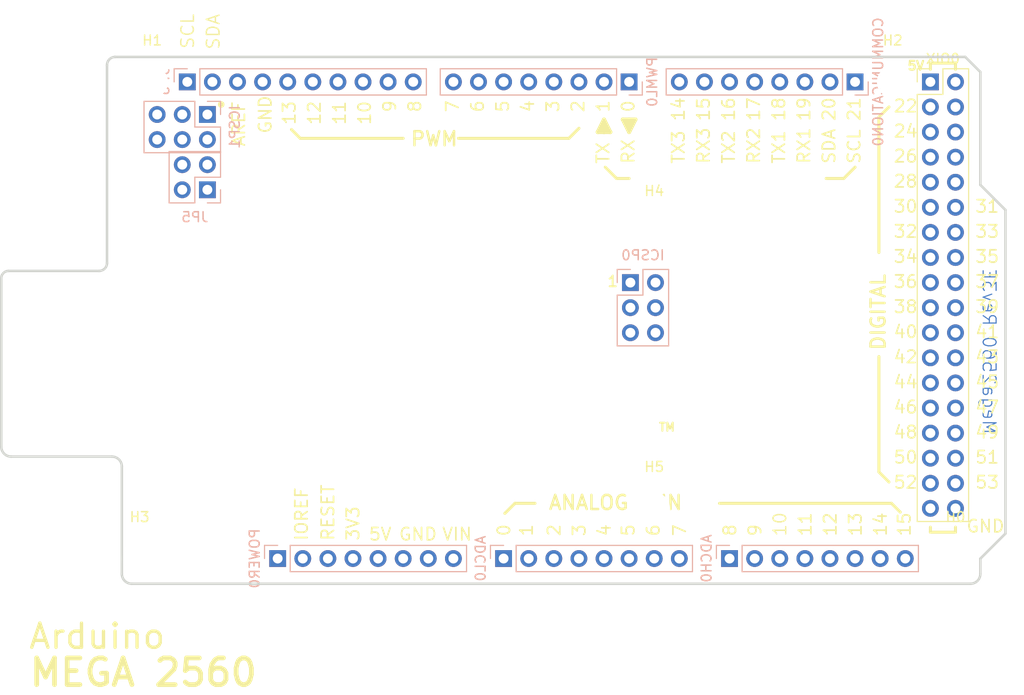
<source format=kicad_pcb>
(kicad_pcb (version 20211014) (generator pcbnew)
  (layers (0 "F.Cu" signal) (31 "B.Cu" signal) (34 "B.Paste" user) (35 "F.Paste" user) (36 "B.SilkS" user "B.Silkscreen") (37 "F.SilkS" user "F.Silkscreen") (38 "B.Mask" user) (39 "F.Mask" user) (44 "Edge.Cuts" user))
  (net 0 "")
  (net 1 "+5V")
  (net 2 "GND")
  (net 3 "/ADC8")
  (net 4 "/ADC9")
  (net 5 "/ADC10")
  (net 6 "/ADC11")
  (net 7 "/ADC12")
  (net 8 "+3V3")
  (net 9 "/ADC13")
  (net 10 "/ADC14")
  (net 11 "/ADC15")
  (net 12 "/ADC0")
  (net 13 "/ADC1")
  (net 14 "/ADC2")
  (net 15 "/ADC3")
  (net 16 "/ADC4")
  (net 17 "/ADC5")
  (net 18 "/ADC6")
  (net 19 "/ADC7")
  (net 20 "/SCL")
  (net 21 "/SDA")
  (net 22 "/RXD1")
  (net 23 "/TXD1")
  (net 24 "/RXD2")
  (net 25 "/TXD2")
  (net 26 "/RXD3")
  (net 27 "/TXD3")
  (net 28 "/PB3")
  (net 29 "/PB1")
  (net 30 "/PB2")
  (net 31 "/RESET")
  (net 32 "/MISO2")
  (net 33 "/SCK2")
  (net 34 "/MOSI2")
  (net 35 "/RESET2")
  (net 36 "/8PB4")
  (net 37 "/8PB6")
  (net 38 "/8PB5")
  (net 39 "/8PB7")
  (net 40 "/AREF")
  (net 41 "/PB7")
  (net 42 "/PB6")
  (net 43 "/PB5")
  (net 44 "/PB4")
  (net 45 "/PH6")
  (net 46 "/PH5")
  (net 47 "/VIN")
  (net 48 "/PE0")
  (net 49 "/PE1")
  (net 50 "/PE4")
  (net 51 "/PE5")
  (net 52 "/PG5")
  (net 53 "/PE3")
  (net 54 "/PH3")
  (net 55 "/PH4")
  (net 56 "/PA0")
  (net 57 "/PA1")
  (net 58 "/PA2")
  (net 59 "/PA3")
  (net 60 "/PA4")
  (net 61 "/PA5")
  (net 62 "/PA6")
  (net 63 "/PA7")
  (net 64 "/PC7")
  (net 65 "/PC6")
  (net 66 "/PC5")
  (net 67 "/PC4")
  (net 68 "/PC3")
  (net 69 "/PC2")
  (net 70 "/PC1")
  (net 71 "/PC0")
  (net 72 "/PD7")
  (net 73 "/PG2")
  (net 74 "/PG1")
  (net 75 "/PG0")
  (net 76 "/PL7")
  (net 77 "/PL6")
  (net 78 "/PL5")
  (net 79 "/PL4")
  (net 80 "/PL3")
  (net 81 "/PL2")
  (net 82 "/PL1")
  (net 83 "/PL0")
  (net 84 "/PB0")
  (footprint "MountingHole:MountingHole_3.2mm_M3" (layer "F.Cu") (at 187.8967 80.8608)
    (fp_text reference "H2" (at 0 -4.2) (layer "F.SilkS"))
    (fp_text value "MountingHole_Pad")
    (pad "" np_thru_hole circle (at 0 0) (size 3.2 3.2) (drill 3.2) (layers *.Cu *.Mask))
  )
  (footprint "MountingHole:MountingHole_3.2mm_M3" (layer "F.Cu") (at 163.7667 96.1008)
    (fp_text reference "H4" (at 0 -4.2) (layer "F.SilkS"))
    (fp_text value "MountingHole_Pad")
    (pad "" np_thru_hole circle (at 0 0) (size 3.2 3.2) (drill 3.2) (layers *.Cu *.Mask))
  )
  (footprint "MountingHole:MountingHole_3.2mm_M3" (layer "F.Cu") (at 112.9667 80.8608)
    (fp_text reference "H1" (at 0 -4.2) (layer "F.SilkS"))
    (fp_text value "MountingHole_Pad")
    (pad "" np_thru_hole circle (at 0 0) (size 3.2 3.2) (drill 3.2) (layers *.Cu *.Mask))
  )
  (footprint "MountingHole:MountingHole_3.2mm_M3" (layer "F.Cu") (at 194.2467 129.1208)
    (fp_text reference "H0" (at 0 -4.2) (layer "F.SilkS"))
    (fp_text value "MountingHole_Pad")
    (pad "" np_thru_hole circle (at 0 0) (size 3.2 3.2) (drill 3.2) (layers *.Cu *.Mask))
  )
  (footprint "Connector_PinHeader_2.54mm:PinHeader_2x18_P2.54mm_Vertical" (layer "F.Cu") (at 191.7067 80.8608)
    (fp_text reference "XIO0" (at 1.27 -2.33) (layer "F.SilkS"))
    (fp_text value "18x2F-H8.5")
    (fp_line (start -1.33 1.27) (end -1.33 44.51) (layer "F.SilkS") (width 0.12))
    (fp_line (start 1.27 1.27) (end 1.27 -1.33) (layer "F.SilkS") (width 0.12))
    (fp_line (start -1.33 44.51) (end 3.87 44.51) (layer "F.SilkS") (width 0.12))
    (fp_line (start -1.33 0) (end -1.33 -1.33) (layer "F.SilkS") (width 0.12))
    (fp_line (start 3.87 -1.33) (end 3.87 44.51) (layer "F.SilkS") (width 0.12))
    (fp_line (start -1.33 1.27) (end 1.27 1.27) (layer "F.SilkS") (width 0.12))
    (fp_line (start -1.33 -1.33) (end 0 -1.33) (layer "F.SilkS") (width 0.12))
    (fp_line (start 1.27 -1.33) (end 3.87 -1.33) (layer "F.SilkS") (width 0.12))
    (pad "1" thru_hole rect (at 0 0) (size 1.7 1.7) (drill 1) (layers *.Cu *.Mask) (net 1 "+5V"))
    (pad "2" thru_hole oval (at 2.54 0) (size 1.7 1.7) (drill 1) (layers *.Cu *.Mask) (net 1 "+5V"))
    (pad "3" thru_hole oval (at 0 2.54) (size 1.7 1.7) (drill 1) (layers *.Cu *.Mask) (net 56 "/PA0"))
    (pad "4" thru_hole oval (at 2.54 2.54) (size 1.7 1.7) (drill 1) (layers *.Cu *.Mask) (net 57 "/PA1"))
    (pad "5" thru_hole oval (at 0 5.08) (size 1.7 1.7) (drill 1) (layers *.Cu *.Mask) (net 58 "/PA2"))
    (pad "6" thru_hole oval (at 2.54 5.08) (size 1.7 1.7) (drill 1) (layers *.Cu *.Mask) (net 59 "/PA3"))
    (pad "7" thru_hole oval (at 0 7.62) (size 1.7 1.7) (drill 1) (layers *.Cu *.Mask) (net 60 "/PA4"))
    (pad "8" thru_hole oval (at 2.54 7.62) (size 1.7 1.7) (drill 1) (layers *.Cu *.Mask) (net 61 "/PA5"))
    (pad "9" thru_hole oval (at 0 10.16) (size 1.7 1.7) (drill 1) (layers *.Cu *.Mask) (net 62 "/PA6"))
    (pad "10" thru_hole oval (at 2.54 10.16) (size 1.7 1.7) (drill 1) (layers *.Cu *.Mask) (net 63 "/PA7"))
    (pad "11" thru_hole oval (at 0 12.7) (size 1.7 1.7) (drill 1) (layers *.Cu *.Mask) (net 64 "/PC7"))
    (pad "12" thru_hole oval (at 2.54 12.7) (size 1.7 1.7) (drill 1) (layers *.Cu *.Mask) (net 65 "/PC6"))
    (pad "13" thru_hole oval (at 0 15.24) (size 1.7 1.7) (drill 1) (layers *.Cu *.Mask) (net 66 "/PC5"))
    (pad "14" thru_hole oval (at 2.54 15.24) (size 1.7 1.7) (drill 1) (layers *.Cu *.Mask) (net 67 "/PC4"))
    (pad "15" thru_hole oval (at 0 17.78) (size 1.7 1.7) (drill 1) (layers *.Cu *.Mask) (net 68 "/PC3"))
    (pad "16" thru_hole oval (at 2.54 17.78) (size 1.7 1.7) (drill 1) (layers *.Cu *.Mask) (net 69 "/PC2"))
    (pad "17" thru_hole oval (at 0 20.32) (size 1.7 1.7) (drill 1) (layers *.Cu *.Mask) (net 70 "/PC1"))
    (pad "18" thru_hole oval (at 2.54 20.32) (size 1.7 1.7) (drill 1) (layers *.Cu *.Mask) (net 71 "/PC0"))
    (pad "19" thru_hole oval (at 0 22.86) (size 1.7 1.7) (drill 1) (layers *.Cu *.Mask) (net 72 "/PD7"))
    (pad "20" thru_hole oval (at 2.54 22.86) (size 1.7 1.7) (drill 1) (layers *.Cu *.Mask) (net 73 "/PG2"))
    (pad "21" thru_hole oval (at 0 25.4) (size 1.7 1.7) (drill 1) (layers *.Cu *.Mask) (net 74 "/PG1"))
    (pad "22" thru_hole oval (at 2.54 25.4) (size 1.7 1.7) (drill 1) (layers *.Cu *.Mask) (net 75 "/PG0"))
    (pad "23" thru_hole oval (at 0 27.94) (size 1.7 1.7) (drill 1) (layers *.Cu *.Mask) (net 76 "/PL7"))
    (pad "24" thru_hole oval (at 2.54 27.94) (size 1.7 1.7) (drill 1) (layers *.Cu *.Mask) (net 77 "/PL6"))
    (pad "25" thru_hole oval (at 0 30.48) (size 1.7 1.7) (drill 1) (layers *.Cu *.Mask) (net 78 "/PL5"))
    (pad "26" thru_hole oval (at 2.54 30.48) (size 1.7 1.7) (drill 1) (layers *.Cu *.Mask) (net 79 "/PL4"))
    (pad "27" thru_hole oval (at 0 33.02) (size 1.7 1.7) (drill 1) (layers *.Cu *.Mask) (net 80 "/PL3"))
    (pad "28" thru_hole oval (at 2.54 33.02) (size 1.7 1.7) (drill 1) (layers *.Cu *.Mask) (net 81 "/PL2"))
    (pad "29" thru_hole oval (at 0 35.56) (size 1.7 1.7) (drill 1) (layers *.Cu *.Mask) (net 82 "/PL1"))
    (pad "30" thru_hole oval (at 2.54 35.56) (size 1.7 1.7) (drill 1) (layers *.Cu *.Mask) (net 83 "/PL0"))
    (pad "31" thru_hole oval (at 0 38.1) (size 1.7 1.7) (drill 1) (layers *.Cu *.Mask) (net 28 "/PB3"))
    (pad "32" thru_hole oval (at 2.54 38.1) (size 1.7 1.7) (drill 1) (layers *.Cu *.Mask) (net 30 "/PB2"))
    (pad "33" thru_hole oval (at 0 40.64) (size 1.7 1.7) (drill 1) (layers *.Cu *.Mask) (net 29 "/PB1"))
    (pad "34" thru_hole oval (at 2.54 40.64) (size 1.7 1.7) (drill 1) (layers *.Cu *.Mask) (net 84 "/PB0"))
    (pad "35" thru_hole oval (at 0 43.18) (size 1.7 1.7) (drill 1) (layers *.Cu *.Mask) (net 2 "GND"))
    (pad "36" thru_hole oval (at 2.54 43.18) (size 1.7 1.7) (drill 1) (layers *.Cu *.Mask) (net 2 "GND"))
  )
  (footprint "MountingHole:MountingHole_3.2mm_M3" (layer "F.Cu") (at 163.7667 124.0408)
    (fp_text reference "H5" (at 0 -4.2) (layer "F.SilkS"))
    (fp_text value "MountingHole_Pad")
    (pad "" np_thru_hole circle (at 0 0) (size 3.2 3.2) (drill 3.2) (layers *.Cu *.Mask))
  )
  (footprint "MountingHole:MountingHole_3.2mm_M3" (layer "F.Cu") (at 111.6967 129.1208)
    (fp_text reference "H3" (at 0 -4.2) (layer "F.SilkS"))
    (fp_text value "MountingHole_Pad")
    (pad "" np_thru_hole circle (at 0 0) (size 3.2 3.2) (drill 3.2) (layers *.Cu *.Mask))
  )
  (footprint "Connector_PinSocket_2.54mm:PinSocket_2x02_P2.54mm_Vertical" (layer "B.Cu") (at 118.5547 91.7828)
    (fp_text reference "JP5" (at -1.27 2.77) (layer "B.SilkS") (effects (justify mirror)))
    (fp_text value "2x2M - NM")
    (fp_line (start -3.87 1.33) (end -3.87 -3.87) (layer "B.SilkS") (width 0.12))
    (fp_line (start 0 1.33) (end 1.33 1.33) (layer "B.SilkS") (width 0.12))
    (fp_line (start -3.87 -3.87) (end 1.33 -3.87) (layer "B.SilkS") (width 0.12))
    (fp_line (start -1.27 -1.27) (end 1.33 -1.27) (layer "B.SilkS") (width 0.12))
    (fp_line (start 1.33 1.33) (end 1.33 0) (layer "B.SilkS") (width 0.12))
    (fp_line (start 1.33 -1.27) (end 1.33 -3.87) (layer "B.SilkS") (width 0.12))
    (fp_line (start -3.87 1.33) (end -1.27 1.33) (layer "B.SilkS") (width 0.12))
    (fp_line (start -1.27 1.33) (end -1.27 -1.27) (layer "B.SilkS") (width 0.12))
    (pad "1" thru_hole rect (at 0 0) (size 1.7 1.7) (drill 1) (layers *.Cu *.Mask) (net 36 "/8PB4"))
    (pad "2" thru_hole oval (at -2.54 0) (size 1.7 1.7) (drill 1) (layers *.Cu *.Mask) (net 37 "/8PB6"))
    (pad "3" thru_hole oval (at 0 -2.54) (size 1.7 1.7) (drill 1) (layers *.Cu *.Mask) (net 38 "/8PB5"))
    (pad "4" thru_hole oval (at -2.54 -2.54) (size 1.7 1.7) (drill 1) (layers *.Cu *.Mask) (net 39 "/8PB7"))
  )
  (footprint "Connector_PinHeader_2.54mm:PinHeader_1x08_P2.54mm_Vertical" (layer "B.Cu") (at 161.2267 80.8608 90)
    (fp_text reference "PWML0" (at 0 2.33 90) (layer "B.SilkS") (effects (justify mirror)))
    (fp_text value "FH254-108DF08500V")
    (fp_line (start -1.33 0) (end -1.33 1.33) (layer "B.SilkS") (width 0.12))
    (fp_line (start -1.33 -19.11) (end 1.33 -19.11) (layer "B.SilkS") (width 0.12))
    (fp_line (start -1.33 -1.27) (end 1.33 -1.27) (layer "B.SilkS") (width 0.12))
    (fp_line (start 1.33 -1.27) (end 1.33 -19.11) (layer "B.SilkS") (width 0.12))
    (fp_line (start -1.33 1.33) (end 0 1.33) (layer "B.SilkS") (width 0.12))
    (fp_line (start -1.33 -1.27) (end -1.33 -19.11) (layer "B.SilkS") (width 0.12))
    (pad "1" thru_hole rect (at 0 0 90) (size 1.7 1.7) (drill 1) (layers *.Cu *.Mask) (net 48 "/PE0"))
    (pad "2" thru_hole oval (at 0 -2.54 90) (size 1.7 1.7) (drill 1) (layers *.Cu *.Mask) (net 49 "/PE1"))
    (pad "3" thru_hole oval (at 0 -5.08 90) (size 1.7 1.7) (drill 1) (layers *.Cu *.Mask) (net 50 "/PE4"))
    (pad "4" thru_hole oval (at 0 -7.62 90) (size 1.7 1.7) (drill 1) (layers *.Cu *.Mask) (net 51 "/PE5"))
    (pad "5" thru_hole oval (at 0 -10.16 90) (size 1.7 1.7) (drill 1) (layers *.Cu *.Mask) (net 52 "/PG5"))
    (pad "6" thru_hole oval (at 0 -12.7 90) (size 1.7 1.7) (drill 1) (layers *.Cu *.Mask) (net 53 "/PE3"))
    (pad "7" thru_hole oval (at 0 -15.24 90) (size 1.7 1.7) (drill 1) (layers *.Cu *.Mask) (net 54 "/PH3"))
    (pad "8" thru_hole oval (at 0 -17.78 90) (size 1.7 1.7) (drill 1) (layers *.Cu *.Mask) (net 55 "/PH4"))
  )
  (footprint "Connector_PinHeader_2.54mm:PinHeader_1x08_P2.54mm_Vertical" (layer "B.Cu") (at 148.5267 129.1208 -90)
    (fp_text reference "ADCL0" (at 0 2.33 90) (layer "B.SilkS") (effects (justify mirror)))
    (fp_text value "FH254-108DF08500V")
    (fp_line (start -1.33 0) (end -1.33 1.33) (layer "B.SilkS") (width 0.12))
    (fp_line (start -1.33 -1.27) (end -1.33 -19.11) (layer "B.SilkS") (width 0.12))
    (fp_line (start 1.33 -1.27) (end 1.33 -19.11) (layer "B.SilkS") (width 0.12))
    (fp_line (start -1.33 -1.27) (end 1.33 -1.27) (layer "B.SilkS") (width 0.12))
    (fp_line (start -1.33 -19.11) (end 1.33 -19.11) (layer "B.SilkS") (width 0.12))
    (fp_line (start -1.33 1.33) (end 0 1.33) (layer "B.SilkS") (width 0.12))
    (pad "1" thru_hole rect (at 0 0 270) (size 1.7 1.7) (drill 1) (layers *.Cu *.Mask) (net 12 "/ADC0"))
    (pad "2" thru_hole oval (at 0 -2.54 270) (size 1.7 1.7) (drill 1) (layers *.Cu *.Mask) (net 13 "/ADC1"))
    (pad "3" thru_hole oval (at 0 -5.08 270) (size 1.7 1.7) (drill 1) (layers *.Cu *.Mask) (net 14 "/ADC2"))
    (pad "4" thru_hole oval (at 0 -7.62 270) (size 1.7 1.7) (drill 1) (layers *.Cu *.Mask) (net 15 "/ADC3"))
    (pad "5" thru_hole oval (at 0 -10.16 270) (size 1.7 1.7) (drill 1) (layers *.Cu *.Mask) (net 16 "/ADC4"))
    (pad "6" thru_hole oval (at 0 -12.7 270) (size 1.7 1.7) (drill 1) (layers *.Cu *.Mask) (net 17 "/ADC5"))
    (pad "7" thru_hole oval (at 0 -15.24 270) (size 1.7 1.7) (drill 1) (layers *.Cu *.Mask) (net 18 "/ADC6"))
    (pad "8" thru_hole oval (at 0 -17.78 270) (size 1.7 1.7) (drill 1) (layers *.Cu *.Mask) (net 19 "/ADC7"))
  )
  (footprint "Connector_PinHeader_2.54mm:PinHeader_1x10_P2.54mm_Vertical" (layer "B.Cu") (at 116.5227 80.8608 -90)
    (fp_text reference "JP6" (at 0 2.33 90) (layer "B.SilkS") (effects (justify mirror)))
    (fp_text value "FH254-110DF08500V")
    (fp_line (start -1.33 -24.19) (end 1.33 -24.19) (layer "B.SilkS") (width 0.12))
    (fp_line (start -1.33 1.33) (end 0 1.33) (layer "B.SilkS") (width 0.12))
    (fp_line (start -1.33 0) (end -1.33 1.33) (layer "B.SilkS") (width 0.12))
    (fp_line (start -1.33 -1.27) (end -1.33 -24.19) (layer "B.SilkS") (width 0.12))
    (fp_line (start -1.33 -1.27) (end 1.33 -1.27) (layer "B.SilkS") (width 0.12))
    (fp_line (start 1.33 -1.27) (end 1.33 -24.19) (layer "B.SilkS") (width 0.12))
    (pad "1" thru_hole rect (at 0 0 270) (size 1.7 1.7) (drill 1) (layers *.Cu *.Mask) (net 20 "/SCL"))
    (pad "2" thru_hole oval (at 0 -2.54 270) (size 1.7 1.7) (drill 1) (layers *.Cu *.Mask) (net 21 "/SDA"))
    (pad "3" thru_hole oval (at 0 -5.08 270) (size 1.7 1.7) (drill 1) (layers *.Cu *.Mask) (net 40 "/AREF"))
    (pad "4" thru_hole oval (at 0 -7.62 270) (size 1.7 1.7) (drill 1) (layers *.Cu *.Mask) (net 2 "GND"))
    (pad "5" thru_hole oval (at 0 -10.16 270) (size 1.7 1.7) (drill 1) (layers *.Cu *.Mask) (net 41 "/PB7"))
    (pad "6" thru_hole oval (at 0 -12.7 270) (size 1.7 1.7) (drill 1) (layers *.Cu *.Mask) (net 42 "/PB6"))
    (pad "7" thru_hole oval (at 0 -15.24 270) (size 1.7 1.7) (drill 1) (layers *.Cu *.Mask) (net 43 "/PB5"))
    (pad "8" thru_hole oval (at 0 -17.78 270) (size 1.7 1.7) (drill 1) (layers *.Cu *.Mask) (net 44 "/PB4"))
    (pad "9" thru_hole oval (at 0 -20.32 270) (size 1.7 1.7) (drill 1) (layers *.Cu *.Mask) (net 45 "/PH6"))
    (pad "10" thru_hole oval (at 0 -22.86 270) (size 1.7 1.7) (drill 1) (layers *.Cu *.Mask) (net 46 "/PH5"))
  )
  (footprint "Connector_PinSocket_2.54mm:PinSocket_2x03_P2.54mm_Vertical" (layer "B.Cu") (at 161.3537 101.1808 180)
    (fp_text reference "ICSP0" (at -1.27 2.77) (layer "B.SilkS") (effects (justify mirror)))
    (fp_text value "ICSP")
    (fp_line (start -3.87 1.33) (end -3.87 -6.41) (layer "B.SilkS") (width 0.12))
    (fp_line (start -3.87 -6.41) (end 1.33 -6.41) (layer "B.SilkS") (width 0.12))
    (fp_line (start 0 1.33) (end 1.33 1.33) (layer "B.SilkS") (width 0.12))
    (fp_line (start -1.27 1.33) (end -1.27 -1.27) (layer "B.SilkS") (width 0.12))
    (fp_line (start 1.33 -1.27) (end 1.33 -6.41) (layer "B.SilkS") (width 0.12))
    (fp_line (start -1.27 -1.27) (end 1.33 -1.27) (layer "B.SilkS") (width 0.12))
    (fp_line (start -3.87 1.33) (end -1.27 1.33) (layer "B.SilkS") (width 0.12))
    (fp_line (start 1.33 1.33) (end 1.33 0) (layer "B.SilkS") (width 0.12))
    (pad "1" thru_hole rect (at 0 0 180) (size 1.7 1.7) (drill 1) (layers *.Cu *.Mask) (net 28 "/PB3"))
    (pad "2" thru_hole oval (at -2.54 0 180) (size 1.7 1.7) (drill 1) (layers *.Cu *.Mask) (net 1 "+5V"))
    (pad "3" thru_hole oval (at 0 -2.54 180) (size 1.7 1.7) (drill 1) (layers *.Cu *.Mask) (net 29 "/PB1"))
    (pad "4" thru_hole oval (at -2.54 -2.54 180) (size 1.7 1.7) (drill 1) (layers *.Cu *.Mask) (net 30 "/PB2"))
    (pad "5" thru_hole oval (at 0 -5.08 180) (size 1.7 1.7) (drill 1) (layers *.Cu *.Mask) (net 31 "/RESET"))
    (pad "6" thru_hole oval (at -2.54 -5.08 180) (size 1.7 1.7) (drill 1) (layers *.Cu *.Mask) (net 2 "GND"))
  )
  (footprint "Connector_PinSocket_2.54mm:PinSocket_2x03_P2.54mm_Vertical" (layer "B.Cu") (at 118.5547 84.1628 90)
    (fp_text reference "ICSP1" (at -1.27 2.77 90) (layer "B.SilkS") (effects (justify mirror)))
    (fp_text value "ICSP")
    (fp_line (start -3.87 1.33) (end -1.27 1.33) (layer "B.SilkS") (width 0.12))
    (fp_line (start -1.27 1.33) (end -1.27 -1.27) (layer "B.SilkS") (width 0.12))
    (fp_line (start 1.33 1.33) (end 1.33 0) (layer "B.SilkS") (width 0.12))
    (fp_line (start -3.87 1.33) (end -3.87 -6.41) (layer "B.SilkS") (width 0.12))
    (fp_line (start -3.87 -6.41) (end 1.33 -6.41) (layer "B.SilkS") (width 0.12))
    (fp_line (start 1.33 -1.27) (end 1.33 -6.41) (layer "B.SilkS") (width 0.12))
    (fp_line (start -1.27 -1.27) (end 1.33 -1.27) (layer "B.SilkS") (width 0.12))
    (fp_line (start 0 1.33) (end 1.33 1.33) (layer "B.SilkS") (width 0.12))
    (pad "1" thru_hole rect (at 0 0 90) (size 1.7 1.7) (drill 1) (layers *.Cu *.Mask) (net 32 "/MISO2"))
    (pad "2" thru_hole oval (at -2.54 0 90) (size 1.7 1.7) (drill 1) (layers *.Cu *.Mask) (net 1 "+5V"))
    (pad "3" thru_hole oval (at 0 -2.54 90) (size 1.7 1.7) (drill 1) (layers *.Cu *.Mask) (net 33 "/SCK2"))
    (pad "4" thru_hole oval (at -2.54 -2.54 90) (size 1.7 1.7) (drill 1) (layers *.Cu *.Mask) (net 34 "/MOSI2"))
    (pad "5" thru_hole oval (at 0 -5.08 90) (size 1.7 1.7) (drill 1) (layers *.Cu *.Mask) (net 35 "/RESET2"))
    (pad "6" thru_hole oval (at -2.54 -5.08 90) (size 1.7 1.7) (drill 1) (layers *.Cu *.Mask) (net 2 "GND"))
  )
  (footprint "Connector_PinHeader_2.54mm:PinHeader_1x08_P2.54mm_Vertical" (layer "B.Cu") (at 125.6667 129.1208 -90)
    (fp_text reference "POWER0" (at 0 2.33 90) (layer "B.SilkS") (effects (justify mirror)))
    (fp_text value "FH254-108DF08500V")
    (fp_line (start -1.33 -1.27) (end 1.33 -1.27) (layer "B.SilkS") (width 0.12))
    (fp_line (start -1.33 -1.27) (end -1.33 -19.11) (layer "B.SilkS") (width 0.12))
    (fp_line (start -1.33 0) (end -1.33 1.33) (layer "B.SilkS") (width 0.12))
    (fp_line (start -1.33 1.33) (end 0 1.33) (layer "B.SilkS") (width 0.12))
    (fp_line (start -1.33 -19.11) (end 1.33 -19.11) (layer "B.SilkS") (width 0.12))
    (fp_line (start 1.33 -1.27) (end 1.33 -19.11) (layer "B.SilkS") (width 0.12))
    (pad "1" thru_hole rect (at 0 0 270) (size 1.7 1.7) (drill 1) (layers *.Cu *.Mask))
    (pad "2" thru_hole oval (at 0 -2.54 270) (size 1.7 1.7) (drill 1) (layers *.Cu *.Mask) (net 1 "+5V"))
    (pad "3" thru_hole oval (at 0 -5.08 270) (size 1.7 1.7) (drill 1) (layers *.Cu *.Mask) (net 31 "/RESET"))
    (pad "4" thru_hole oval (at 0 -7.62 270) (size 1.7 1.7) (drill 1) (layers *.Cu *.Mask) (net 8 "+3V3"))
    (pad "5" thru_hole oval (at 0 -10.16 270) (size 1.7 1.7) (drill 1) (layers *.Cu *.Mask) (net 1 "+5V"))
    (pad "6" thru_hole oval (at 0 -12.7 270) (size 1.7 1.7) (drill 1) (layers *.Cu *.Mask) (net 2 "GND"))
    (pad "7" thru_hole oval (at 0 -15.24 270) (size 1.7 1.7) (drill 1) (layers *.Cu *.Mask) (net 2 "GND"))
    (pad "8" thru_hole oval (at 0 -17.78 270) (size 1.7 1.7) (drill 1) (layers *.Cu *.Mask) (net 47 "/VIN"))
  )
  (footprint "Connector_PinHeader_2.54mm:PinHeader_1x08_P2.54mm_Vertical" (layer "B.Cu") (at 184.0867 80.8608 90)
    (fp_text reference "COMMUNICATION0" (at 0 2.33 90) (layer "B.SilkS") (effects (justify mirror)))
    (fp_text value "FH254-108DF08500V")
    (fp_line (start -1.33 1.33) (end 0 1.33) (layer "B.SilkS") (width 0.12))
    (fp_line (start -1.33 -1.27) (end -1.33 -19.11) (layer "B.SilkS") (width 0.12))
    (fp_line (start 1.33 -1.27) (end 1.33 -19.11) (layer "B.SilkS") (width 0.12))
    (fp_line (start -1.33 -19.11) (end 1.33 -19.11) (layer "B.SilkS") (width 0.12))
    (fp_line (start -1.33 -1.27) (end 1.33 -1.27) (layer "B.SilkS") (width 0.12))
    (fp_line (start -1.33 0) (end -1.33 1.33) (layer "B.SilkS") (width 0.12))
    (pad "1" thru_hole rect (at 0 0 90) (size 1.7 1.7) (drill 1) (layers *.Cu *.Mask) (net 20 "/SCL"))
    (pad "2" thru_hole oval (at 0 -2.54 90) (size 1.7 1.7) (drill 1) (layers *.Cu *.Mask) (net 21 "/SDA"))
    (pad "3" thru_hole oval (at 0 -5.08 90) (size 1.7 1.7) (drill 1) (layers *.Cu *.Mask) (net 22 "/RXD1"))
    (pad "4" thru_hole oval (at 0 -7.62 90) (size 1.7 1.7) (drill 1) (layers *.Cu *.Mask) (net 23 "/TXD1"))
    (pad "5" thru_hole oval (at 0 -10.16 90) (size 1.7 1.7) (drill 1) (layers *.Cu *.Mask) (net 24 "/RXD2"))
    (pad "6" thru_hole oval (at 0 -12.7 90) (size 1.7 1.7) (drill 1) (layers *.Cu *.Mask) (net 25 "/TXD2"))
    (pad "7" thru_hole oval (at 0 -15.24 90) (size 1.7 1.7) (drill 1) (layers *.Cu *.Mask) (net 26 "/RXD3"))
    (pad "8" thru_hole oval (at 0 -17.78 90) (size 1.7 1.7) (drill 1) (layers *.Cu *.Mask) (net 27 "/TXD3"))
  )
  (footprint "Connector_PinHeader_2.54mm:PinHeader_1x08_P2.54mm_Vertical" (layer "B.Cu") (at 171.3867 129.1208 -90)
    (fp_text reference "ADCH0" (at 0 2.33 90) (layer "B.SilkS") (effects (justify mirror)))
    (fp_text value "FH254-108DF08500V")
    (fp_line (start -1.33 -1.27) (end 1.33 -1.27) (layer "B.SilkS") (width 0.12))
    (fp_line (start -1.33 -19.11) (end 1.33 -19.11) (layer "B.SilkS") (width 0.12))
    (fp_line (start -1.33 0) (end -1.33 1.33) (layer "B.SilkS") (width 0.12))
    (fp_line (start 1.33 -1.27) (end 1.33 -19.11) (layer "B.SilkS") (width 0.12))
    (fp_line (start -1.33 -1.27) (end -1.33 -19.11) (layer "B.SilkS") (width 0.12))
    (fp_line (start -1.33 1.33) (end 0 1.33) (layer "B.SilkS") (width 0.12))
    (pad "1" thru_hole rect (at 0 0 270) (size 1.7 1.7) (drill 1) (layers *.Cu *.Mask) (net 3 "/ADC8"))
    (pad "2" thru_hole oval (at 0 -2.54 270) (size 1.7 1.7) (drill 1) (layers *.Cu *.Mask) (net 4 "/ADC9"))
    (pad "3" thru_hole oval (at 0 -5.08 270) (size 1.7 1.7) (drill 1) (layers *.Cu *.Mask) (net 5 "/ADC10"))
    (pad "4" thru_hole oval (at 0 -7.62 270) (size 1.7 1.7) (drill 1) (layers *.Cu *.Mask) (net 6 "/ADC11"))
    (pad "5" thru_hole oval (at 0 -10.16 270) (size 1.7 1.7) (drill 1) (layers *.Cu *.Mask) (net 7 "/ADC12"))
    (pad "6" thru_hole oval (at 0 -12.7 270) (size 1.7 1.7) (drill 1) (layers *.Cu *.Mask) (net 9 "/ADC13"))
    (pad "7" thru_hole oval (at 0 -15.24 270) (size 1.7 1.7) (drill 1) (layers *.Cu *.Mask) (net 10 "/ADC14"))
    (pad "8" thru_hole oval (at 0 -17.78 270) (size 1.7 1.7) (drill 1) (layers *.Cu *.Mask) (net 11 "/ADC15"))
  )
  (gr_line (start 181.1657 90.6398) (end 182.9437 90.6398) (layer "F.SilkS") (width 0.3048))
  (gr_line (start 158.6867 85.9408) (end 159.3217 85.9408) (layer "F.SilkS") (width 0.4064))
  (gr_line (start 161.2267 85.9408) (end 160.5917 84.6708) (layer "F.SilkS") (width 0.4064))
  (gr_line (start 160.5917 84.6708) (end 161.2267 84.6708) (layer "F.SilkS") (width 0.4064))
  (gr_line (start 158.0517 85.9408) (end 158.6867 85.3058) (layer "F.SilkS") (width 0.4064))
  (gr_line (start 191.7067 78.9558) (end 194.2467 78.9558) (layer "F.SilkS") (width 0.3048))
  (gr_line (start 186.4997 84.4168) (end 187.5157 83.4008) (layer "F.SilkS") (width 0.3048))
  (gr_line (start 151.7017 123.5328) (end 149.6697 123.5328) (layer "F.SilkS") (width 0.3048))
  (gr_line (start 186.4997 120.3578) (end 187.5157 121.3738) (layer "F.SilkS") (width 0.3048))
  (gr_line (start 160.5917 84.6708) (end 161.2267 85.3058) (layer "F.SilkS") (width 0.4064))
  (gr_line (start 161.8617 84.6708) (end 161.2267 84.6708) (layer "F.SilkS") (width 0.4064))
  (gr_line (start 182.9437 90.6398) (end 184.0867 89.4968) (layer "F.SilkS") (width 0.3048))
  (gr_line (start 191.7067 79.5908) (end 191.7067 78.9558) (layer "F.SilkS") (width 0.3048))
  (gr_line (start 191.7067 125.9458) (end 191.7067 126.4538) (layer "F.SilkS") (width 0.3048))
  (gr_line (start 158.6867 84.6708) (end 159.3217 85.9408) (layer "F.SilkS") (width 0.4064))
  (gr_line (start 155.1307 86.5758) (end 156.1467 85.5598) (layer "F.SilkS") (width 0.3048))
  (gr_line (start 159.9567 90.6398) (end 161.2267 90.6398) (layer "F.SilkS") (width 0.3048))
  (gr_line (start 158.8137 89.4968) (end 159.9567 90.6398) (layer "F.SilkS") (width 0.3048))
  (gr_line (start 158.6867 85.9408) (end 158.0517 85.9408) (layer "F.SilkS") (width 0.4064))
  (gr_line (start 149.6697 123.5328) (end 148.6537 124.5488) (layer "F.SilkS") (width 0.3048))
  (gr_line (start 161.8617 84.6708) (end 161.2267 85.9408) (layer "F.SilkS") (width 0.4064))
  (gr_line (start 161.2267 84.6708) (end 161.2267 85.3058) (layer "F.SilkS") (width 0.4064))
  (gr_circle (center 119.9517 83.1468) (end 120.1313 83.1468) (layer "F.SilkS") (width 0.3048) (fill none))
  (gr_line (start 161.2267 85.3058) (end 161.8617 84.6708) (layer "F.SilkS") (width 0.4064))
  (gr_line (start 194.2467 126.4538) (end 194.2467 125.9458) (layer "F.SilkS") (width 0.3048))
  (gr_line (start 194.2467 78.9558) (end 194.2467 79.5908) (layer "F.SilkS") (width 0.3048))
  (gr_line (start 187.7697 123.5328) (end 188.6587 124.4218) (layer "F.SilkS") (width 0.3048))
  (gr_line (start 158.6867 85.3058) (end 158.6867 85.9408) (layer "F.SilkS") (width 0.4064))
  (gr_line (start 159.3217 85.9408) (end 158.6867 85.3058) (layer "F.SilkS") (width 0.4064))
  (gr_line (start 191.7067 126.4538) (end 194.2467 126.4538) (layer "F.SilkS") (width 0.3048))
  (gr_line (start 127.9527 86.5758) (end 127.0637 85.6868) (layer "F.SilkS") (width 0.3048))
  (gr_line (start 186.4997 108.6738) (end 186.4997 120.3578) (layer "F.SilkS") (width 0.3048))
  (gr_line (start 138.3667 86.5758) (end 127.9527 86.5758) (layer "F.SilkS") (width 0.3048))
  (gr_line (start 158.0517 85.9408) (end 158.6867 84.6708) (layer "F.SilkS") (width 0.4064))
  (gr_line (start 186.4997 98.1328) (end 186.4997 84.4168) (layer "F.SilkS") (width 0.3048))
  (gr_line (start 143.9547 86.5758) (end 155.1307 86.5758) (layer "F.SilkS") (width 0.3048))
  (gr_line (start 170.3707 123.5328) (end 187.7697 123.5328) (layer "F.SilkS") (width 0.3048))
  (gr_line (start 196.7611 129.1336) (end 196.7611 130.6736) (layer "Edge.Cuts") (width 0.254))
  (gr_arc (start 108.4 79.2) (mid 108.620563 78.601115) (end 109.2 78.3336) (layer "Edge.Cuts") (width 0.254))
  (gr_arc (start 97.7011 100.8) (mid 97.884865 100.255253) (end 98.4 100) (layer "Edge.Cuts") (width 0.254))
  (gr_line (start 109.2 78.3336) (end 195.2371 78.3336) (layer "Edge.Cuts") (width 0.254))
  (gr_line (start 196.7611 91.2876) (end 199.3011 93.8276) (layer "Edge.Cuts") (width 0.254))
  (gr_line (start 108.4 79.2) (end 108.4 99.2) (layer "Edge.Cuts") (width 0.254))
  (gr_line (start 97.7011 117.8) (end 97.7011 100.8) (layer "Edge.Cuts") (width 0.254))
  (gr_arc (start 98.7011 118.8) (mid 97.993993 118.507107) (end 97.7011 117.8) (layer "Edge.Cuts") (width 0.254))
  (gr_line (start 109.9011 130.6736) (end 109.9011 119.8) (layer "Edge.Cuts") (width 0.254))
  (gr_line (start 199.3011 126.5936) (end 196.7611 129.1336) (layer "Edge.Cuts") (width 0.254))
  (gr_arc (start 108.4 99.2) (mid 108.165685 99.765685) (end 107.6 100) (layer "Edge.Cuts") (width 0.254))
  (gr_arc (start 110.9011 131.6736) (mid 110.193993 131.380707) (end 109.9011 130.6736) (layer "Edge.Cuts") (width 0.254))
  (gr_arc (start 108.892893 118.8) (mid 109.604104 119.091193) (end 109.9011 119.8) (layer "Edge.Cuts") (width 0.254))
  (gr_line (start 195.2371 78.3336) (end 196.7611 79.8576) (layer "Edge.Cuts") (width 0.254))
  (gr_line (start 196.7611 79.8576) (end 196.7611 91.2876) (layer "Edge.Cuts") (width 0.254))
  (gr_line (start 199.3011 93.8276) (end 199.3011 126.5936) (layer "Edge.Cuts") (width 0.254))
  (gr_arc (start 196.7611 130.6736) (mid 196.468207 131.380707) (end 195.7611 131.6736) (layer "Edge.Cuts") (width 0.254))
  (gr_line (start 195.7611 131.6736) (end 110.9011 131.6736) (layer "Edge.Cuts") (width 0.254))
  (gr_line (start 98.7011 118.8) (end 108.892893 118.8) (layer "Edge.Cuts") (width 0.254))
  (gr_line (start 107.6 100) (end 98.4 100) (layer "Edge.Cuts") (width 0.254))
  (gr_text "Mega2560 Rev3E" (at 198.4123 99.6568 -90) (layer "B.Cu") (effects (font (size 1.308608 1.308608) (thickness 0.113792)) (justify right top mirror)))
  (gr_text "22" (at 187.8967 84.0358) (layer "F.SilkS") (effects (font (size 1.251712 1.251712) (thickness 0.170688)) (justify left bottom)))
  (gr_text "37" (at 196.1517 101.8158) (layer "F.SilkS") (effects (font (size 1.251712 1.251712) (thickness 0.170688)) (justify left bottom)))
  (gr_text "13" (at 127.5717 85.3058 90) (layer "F.SilkS") (effects (font (size 1.251712 1.251712) (thickness 0.170688)) (justify left bottom)))
  (gr_text "19" (at 179.6417 84.9248 90) (layer "F.SilkS") (effects (font (size 1.251712 1.251712) (thickness 0.170688)) (justify left bottom)))
  (gr_text "10" (at 135.1917 85.3058 90) (layer "F.SilkS") (effects (font (size 1.251712 1.251712) (thickness 0.170688)) (justify left bottom)))
  (gr_text "2" (at 156.7817 84.0358 90) (layer "F.SilkS") (effects (font (size 1.251712 1.251712) (thickness 0.170688)) (justify left bottom)))
  (gr_text "8" (at 140.2717 84.0358 90) (layer "F.SilkS") (effects (font (size 1.251712 1.251712) (thickness 0.170688)) (justify left bottom)))
  (gr_text "48" (at 187.8967 117.0558) (layer "F.SilkS") (effects (font (size 1.251712 1.251712) (thickness 0.170688)) (justify left bottom)))
  (gr_text "3V3" (at 134.0189 127.4068 90) (layer "F.SilkS") (effects (font (size 1.251712 1.251712) (thickness 0.170688)) (justify left bottom)))
  (gr_text "3" (at 154.2417 84.0358 90) (layer "F.SilkS") (effects (font (size 1.251712 1.251712) (thickness 0.170688)) (justify left bottom)))
  (gr_text "7" (at 144.0817 84.0358 90) (layer "F.SilkS") (effects (font (size 1.251712 1.251712) (thickness 0.170688)) (justify left bottom)))
  (gr_text "10" (at 177.2287 126.9618 90) (layer "F.SilkS") (effects (font (size 1.28016 1.28016) (thickness 0.14224)) (justify left bottom)))
  (gr_text "46" (at 187.8967 114.5158) (layer "F.SilkS") (effects (font (size 1.251712 1.251712) (thickness 0.170688)) (justify left bottom)))
  (gr_text "13" (at 184.8487 126.9618 90) (layer "F.SilkS") (effects (font (size 1.251712 1.251712) (thickness 0.170688)) (justify left bottom)))
  (gr_text "41" (at 196.1517 106.8958) (layer "F.SilkS") (effects (font (size 1.251712 1.251712) (thickness 0.170688)) (justify left bottom)))
  (gr_text "GND" (at 195.2627 126.5808) (layer "F.SilkS") (effects (font (size 1.251712 1.251712) (thickness 0.170688)) (justify left bottom)))
  (gr_text "43" (at 196.1517 109.4358) (layer "F.SilkS") (effects (font (size 1.251712 1.251712) (thickness 0.170688)) (justify left bottom)))
  (gr_text "1" (at 151.5747 126.9618 90) (layer "F.SilkS") (effects (font (size 1.251712 1.251712) (thickness 0.170688)) (justify left bottom)))
  (gr_text "6" (at 164.4017 126.9618 90) (layer "F.SilkS") (effects (font (size 1.251712 1.251712) (thickness 0.170688)) (justify left bottom)))
  (gr_text "15" (at 169.4817 84.9248 90) (layer "F.SilkS") (effects (font (size 1.251712 1.251712) (thickness 0.170688)) (justify left bottom)))
  (gr_text "34" (at 187.8967 99.2758) (layer "F.SilkS") (effects (font (size 1.251712 1.251712) (thickness 0.170688)) (justify left bottom)))
  (gr_text "40" (at 187.8967 106.8958) (layer "F.SilkS") (effects (font (size 1.251712 1.251712) (thickness 0.170688)) (justify left bottom)))
  (gr_text "14" (at 187.3887 126.9618 90) (layer "F.SilkS") (effects (font (size 1.251712 1.251712) (thickness 0.170688)) (justify left bottom)))
  (gr_text "11" (at 132.6517 85.3058 90) (layer "F.SilkS") (effects (font (size 1.251712 1.251712) (thickness 0.170688)) (justify left bottom)))
  (gr_text "42" (at 187.8967 109.4358) (layer "F.SilkS") (effects (font (size 1.251712 1.251712) (thickness 0.170688)) (justify left bottom)))
  (gr_text "52" (at 187.8967 122.1358) (layer "F.SilkS") (effects (font (size 1.251712 1.251712) (thickness 0.170688)) (justify left bottom)))
  (gr_text "SCL" (at 117.3057 77.5974 90) (layer "F.SilkS") (effects (font (size 1.28016 1.28016) (thickness 0.14224)) (justify left bottom)))
  (gr_text "11" (at 179.7687 126.9618 90) (layer "F.SilkS") (effects (font (size 1.251712 1.251712) (thickness 0.170688)) (justify left bottom)))
  (gr_text "51" (at 196.1517 119.5958) (layer "F.SilkS") (effects (font (size 1.251712 1.251712) (thickness 0.170688)) (justify left bottom)))
  (gr_text "TM" (at 164.1477 116.2938) (layer "F.SilkS") (effects (font (size 0.8128 0.8128) (thickness 0.2032)) (justify left bottom)))
  (gr_text "5V" (at 134.7975 127.3892) (layer "F.SilkS") (effects (font (size 1.251712 1.251712) (thickness 0.170688)) (justify left bottom)))
  (gr_text "20" (at 182.1817 84.9248 90) (layer "F.SilkS") (effects (font (size 1.251712 1.251712) (thickness 0.170688)) (justify left bottom)))
  (gr_text "3" (at 156.9087 126.9618 90) (layer "F.SilkS") (effects (font (size 1.251712 1.251712) (thickness 0.170688)) (justify left bottom)))
  (gr_text "17" (at 174.5617 84.9248 90) (layer "F.SilkS") (effects (font (size 1.251712 1.251712) (thickness 0.170688)) (justify left bottom)))
  (gr_text "GND" (at 125.1397 86.1826 90) (layer "F.SilkS") (effects (font (size 1.251712 1.251712) (thickness 0.170688)) (justify left bottom)))
  (gr_text "33" (at 196.1517 96.7358) (layer "F.SilkS") (effects (font (size 1.251712 1.251712) (thickness 0.170688)) (justify left bottom)))
  (gr_text "31" (at 196.1517 94.1958) (layer "F.SilkS") (effects (font (size 1.251712 1.251712) (thickness 0.170688)) (justify left bottom)))
  (gr_text "TX1" (at 177.1017 89.2428 90) (layer "F.SilkS") (effects (font (size 1.251712 1.251712) (thickness 0.170688)) (justify left bottom)))
  (gr_text "47" (at 196.1517 114.5158) (layer "F.SilkS") (effects (font (size 1.251712 1.251712) (thickness 0.170688)) (justify left bottom)))
  (gr_text "14" (at 166.9417 84.9248 90) (layer "F.SilkS") (effects (font (size 1.251712 1.251712) (thickness 0.170688)) (justify left bottom)))
  (gr_text "SCL" (at 184.7217 89.2428 90) (layer "F.SilkS") (effects (font (size 1.251712 1.251712) (thickness 0.170688)) (justify left bottom)))
  (gr_text "RX" (at 161.8617 89.2428 90) (layer "F.SilkS") (effects (font (size 1.251712 1.251712) (thickness 0.170688)) (justify left bottom)))
  (gr_text "39" (at 196.1517 104.3558) (layer "F.SilkS") (effects (font (size 1.251712 1.251712) (thickness 0.170688)) (justify left bottom)))
  (gr_text "SDA" (at 182.1817 89.2428 90) (layer "F.SilkS") (effects (font (size 1.251712 1.251712) (thickness 0.170688)) (justify left bottom)))
  (gr_text "TX" (at 159.3217 89.2428 90) (layer "F.SilkS") (effects (font (size 1.251712 1.251712) (thickness 0.170688)) (justify left bottom)))
  (gr_text "1" (at 159.3217 84.0358 90) (layer "F.SilkS") (effects (font (size 1.251712 1.251712) (thickness 0.170688)) (justify left bottom)))
  (gr_text "RESET" (at 131.4789 127.4068 90) (layer "F.SilkS") (effects (font (size 1.251712 1.251712) (thickness 0.170688)) (justify left bottom)))
  (gr_text "45" (at 196.1517 111.9758) (layer "F.SilkS") (effects (font (size 1.251712 1.251712) (thickness 0.170688)) (justify left bottom)))
  (gr_text "9" (at 174.6887 126.9618 90) (layer "F.SilkS") (effects (font (size 1.251712 1.251712) (thickness 0.170688)) (justify left bottom)))
  (gr_text "16" (at 172.0217 84.9248 90) (layer "F.SilkS") (effects (font (size 1.251712 1.251712) (thickness 0.170688)) (justify left bottom)))
  (gr_text "50" (at 187.8967 119.5958) (layer "F.SilkS") (effects (font (size 1.251712 1.251712) (thickness 0.170688)) (justify left bottom)))
  (gr_text "1" (at 160.2023 100.431) (layer "F.SilkS") (effects (font (size 1.0795 1.0795) (thickness 0.1905)) (justify right top)))
  (gr_text "DIGITAL" (at 187.2617 108.1658 90) (layer "F.SilkS") (effects (font (size 1.42494 1.42494) (thickness 0.25146)) (justify left bottom)))
  (gr_text "18" (at 177.1017 84.9248 90) (layer "F.SilkS") (effects (font (size 1.251712 1.251712) (thickness 0.170688)) (justify left bottom)))
  (gr_text "RX3" (at 169.4817 89.2428 90) (layer "F.SilkS") (effects (font (size 1.251712 1.251712) (thickness 0.170688)) (justify left bottom)))
  (gr_text "0" (at 161.8617 84.0358 90) (layer "F.SilkS") (effects (font (size 1.251712 1.251712) (thickness 0.170688)) (justify left bottom)))
  (gr_text "PWM" (at 139.0017 87.4648) (layer "F.SilkS") (effects (font (size 1.42494 1.42494) (thickness 0.25146)) (justify left bottom)))
  (gr_text "SDA" (at 119.8965 77.6736 90) (layer "F.SilkS") (effects (font (size 1.28016 1.28016) (thickness 0.14224)) (justify left bottom)))
  (gr_text "49" (at 196.1517 117.0558) (layer "F.SilkS") (effects (font (size 1.251712 1.251712) (thickness 0.170688)) (justify left bottom)))
  (gr_text "35" (at 196.1517 99.2758) (layer "F.SilkS") (effects (font (size 1.251712 1.251712) (thickness 0.170688)) (justify left bottom)))
  (gr_text "53" (at 196.1517 122.1358) (layer "F.SilkS") (effects (font (size 1.251712 1.251712) (thickness 0.170688)) (justify left bottom)))
  (gr_text "8" (at 172.1487 126.9618 90) (layer "F.SilkS") (effects (font (size 1.251712 1.251712) (thickness 0.170688)) (justify left bottom)))
  (gr_text "RX2" (at 174.5617 89.2428 90) (layer "F.SilkS") (effects (font (size 1.251712 1.251712) (thickness 0.170688)) (justify left bottom)))
  (gr_text "6" (at 146.6217 84.0358 90) (layer "F.SilkS") (effects (font (size 1.251712 1.251712) (thickness 0.170688)) (justify left bottom)))
  (gr_text "2" (at 154.3687 126.9618 90) (layer "F.SilkS") (effects (font (size 1.251712 1.251712) (thickness 0.170688)) (justify left bottom)))
  (gr_text "TX2" (at 172.0217 89.2428 90) (layer "F.SilkS") (effects (font (size 1.251712 1.251712) (thickness 0.170688)) (justify left bottom)))
  (gr_text "26" (at 187.8967 89.1158) (layer "F.SilkS") (effects (font (size 1.251712 1.251712) (thickness 0.170688)) (justify left bottom)))
  (gr_text "5" (at 161.8617 126.9618 90) (layer "F.SilkS") (effects (font (size 1.251712 1.251712) (thickness 0.170688)) (justify left bottom)))
  (gr_text "30" (at 187.8967 94.1958) (layer "F.SilkS") (effects (font (size 1.251712 1.251712) (thickness 0.170688)) (justify left bottom)))
  (gr_text "0" (at 149.2887 126.9618 90) (layer "F.SilkS") (effects (font (size 1.251712 1.251712) (thickness 0.170688)) (justify left bottom)))
  (gr_text "44" (at 187.8967 111.9758) (layer "F.SilkS") (effects (font (size 1.251712 1.251712) (thickness 0.170688)) (justify left bottom)))
  (gr_text "4" (at 159.4487 126.9618 90) (layer "F.SilkS") (effects (font (size 1.251712 1.251712) (thickness 0.170688)) (justify left bottom)))
  (gr_text "Arduino" (at 100.33 138.43) (layer "F.SilkS") (effects (font (size 2.45872 2.45872) (thickness 0.33528)) (justify left bottom)))
  (gr_text "32" (at 187.8967 96.7358) (layer "F.SilkS") (effects (font (size 1.251712 1.251712) (thickness 0.170688)) (justify left bottom)))
  (gr_text "36" (at 187.8967 101.8158) (layer "F.SilkS") (effects (font (size 1.251712 1.251712) (thickness 0.170688)) (justify left bottom)))
  (gr_text "15" (at 189.8017 126.9618 90) (layer "F.SilkS") (effects (font (size 1.251712 1.251712) (thickness 0.170688)) (justify left bottom)))
  (gr_text "RX1" (at 179.6417 89.2428 90) (layer "F.SilkS") (effects (font (size 1.251712 1.251712) (thickness 0.170688)) (justify left bottom)))
  (gr_text "28" (at 187.8967 91.6558) (layer "F.SilkS") (effects (font (size 1.251712 1.251712) (thickness 0.170688)) (justify left bottom)))
  (gr_text "12" (at 182.3087 126.9618 90) (layer "F.SilkS") (effects (font (size 1.251712 1.251712) (thickness 0.170688)) (justify left bottom)))
  (gr_text "38" (at 187.8967 104.3558) (layer "F.SilkS") (effects (font (size 1.251712 1.251712) (thickness 0.170688)) (justify left bottom)))
  (gr_text "ANALOG   IN" (at 152.9717 124.2948) (layer "F.SilkS") (effects (font (size 1.42494 1.42494) (thickness 0.25146)) (justify left bottom)))
  (gr_text "IOREF" (at 128.8119 127.4068 90) (layer "F.SilkS") (effects (font (size 1.251712 1.251712) (thickness 0.170688)) (justify left bottom)))
  (gr_text "5" (at 149.1617 84.0358 90) (layer "F.SilkS") (effects (font (size 1.251712 1.251712) (thickness 0.170688)) (justify left bottom)))
  (gr_text "21" (at 184.7217 84.9248 90) (layer "F.SilkS") (effects (font (size 1.251712 1.251712) (thickness 0.170688)) (justify left bottom)))
  (gr_text "4" (at 151.7017 84.0358 90) (layer "F.SilkS") (effects (font (size 1.251712 1.251712) (thickness 0.170688)) (justify left bottom)))
  (gr_text "TX3" (at 166.9417 89.2428 90) (layer "F.SilkS") (effects (font (size 1.251712 1.251712) (thickness 0.170688)) (justify left bottom)))
  (gr_text "12" (at 130.1117 85.3058 90) (layer "F.SilkS") (effects (font (size 1.251712 1.251712) (thickness 0.170688)) (justify left bottom)))
  (gr_text "MEGA 2560" (at 100.33 142.24) (layer "F.SilkS") (effects (font (size 2.69875 2.69875) (thickness 0.47625)) (justify left bottom)))
  (gr_text "7" (at 167.0687 126.9618 90) (layer "F.SilkS") (effects (font (size 1.251712 1.251712) (thickness 0.170688)) (justify left bottom)))
  (gr_text "24" (at 187.8967 86.5758) (layer "F.SilkS") (effects (font (size 1.251712 1.251712) (thickness 0.170688)) (justify left bottom)))
  (gr_text "AREF" (at 122.4619 87.478 90) (layer "F.SilkS") (effects (font (size 1.251712 1.251712) (thickness 0.170688)) (justify left bottom)))
  (gr_text "5V" (at 191.1987 78.7018) (layer "F.SilkS") (effects (font (size 0.89408 0.89408) (thickness 0.22352)) (justify right top)))
  (gr_text "VIN" (at 142.2143 127.3892) (layer "F.SilkS") (effects (font (size 1.251712 1.251712) (thickness 0.170688)) (justify left bottom)))
  (gr_text "GND" (at 137.8455 127.3892) (layer "F.SilkS") (effects (font (size 1.251712 1.251712) (thickness 0.170688)) (justify left bottom)))
  (gr_text "9" (at 137.7317 84.0358 90) (layer "F.SilkS") (effects (font (size 1.251712 1.251712) (thickness 0.170688)) (justify left bottom)))
)
</source>
